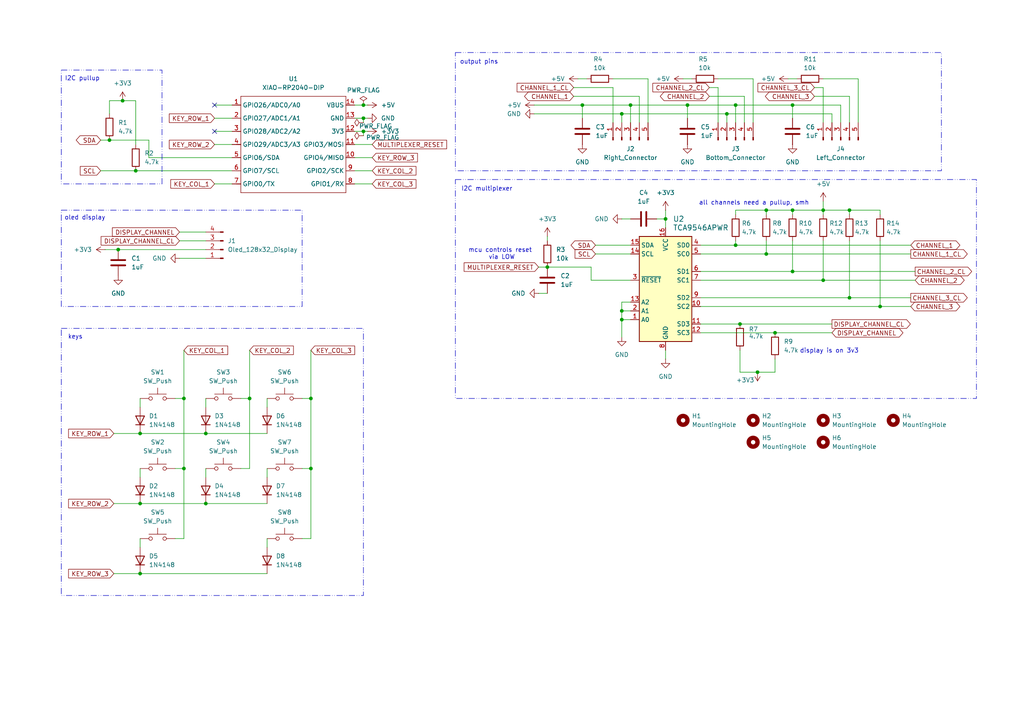
<source format=kicad_sch>
(kicad_sch (version 20250114) (generator "eeschema") (generator_version "9.0")
  (paper "A4")
  (title_block (title "Moonpad") (date "2025-07-05") (rev "1") (company "moonbeeper"))
  (lib_symbols
    (symbol "Connector:Conn_01x04_Pin" (pin_names (offset 1.016) (hide yes))
      (property "Reference" "J" (at 0 5.08 0))
      (property "Value" "Conn_01x04_Pin" (at 0 -7.62 0))
      (symbol "Conn_01x04_Pin_1_1"
        (rectangle (start 0.8636 2.667) (end 0 2.413) (stroke (width 0.1524)) (fill (type outline)))
        (rectangle (start 0.8636 0.127) (end 0 -0.127) (stroke (width 0.1524)) (fill (type outline)))
        (rectangle (start 0.8636 -2.413) (end 0 -2.667) (stroke (width 0.1524)) (fill (type outline)))
        (rectangle (start 0.8636 -4.953) (end 0 -5.207) (stroke (width 0.1524)) (fill (type outline)))
        (polyline (pts (xy 1.27 2.54) (xy 0.8636 2.54)) (stroke (width 0.1524)))
        (polyline (pts (xy 1.27 0) (xy 0.8636 0)) (stroke (width 0.1524)))
        (polyline (pts (xy 1.27 -2.54) (xy 0.8636 -2.54)) (stroke (width 0.1524)))
        (polyline (pts (xy 1.27 -5.08) (xy 0.8636 -5.08)) (stroke (width 0.1524)))
        (pin passive line (at 5.08 2.54 180) (length 3.81) (name "Pin_1") (number "1"))
        (pin passive line (at 5.08 0 180) (length 3.81) (name "Pin_2") (number "2"))
        (pin passive line (at 5.08 -2.54 180) (length 3.81) (name "Pin_3") (number "3"))
        (pin passive line (at 5.08 -5.08 180) (length 3.81) (name "Pin_4") (number "4"))
      )
    )
    (symbol "Connector:Conn_01x05_Pin" (pin_names (offset 1.016) (hide yes))
      (property "Reference" "J" (at 0 7.62 0))
      (property "Value" "Conn_01x05_Pin" (at 0 -7.62 0))
      (symbol "Conn_01x05_Pin_1_1"
        (rectangle (start 0.8636 5.207) (end 0 4.953) (stroke (width 0.1524)) (fill (type outline)))
        (rectangle (start 0.8636 2.667) (end 0 2.413) (stroke (width 0.1524)) (fill (type outline)))
        (rectangle (start 0.8636 0.127) (end 0 -0.127) (stroke (width 0.1524)) (fill (type outline)))
        (rectangle (start 0.8636 -2.413) (end 0 -2.667) (stroke (width 0.1524)) (fill (type outline)))
        (rectangle (start 0.8636 -4.953) (end 0 -5.207) (stroke (width 0.1524)) (fill (type outline)))
        (polyline (pts (xy 1.27 5.08) (xy 0.8636 5.08)) (stroke (width 0.1524)))
        (polyline (pts (xy 1.27 2.54) (xy 0.8636 2.54)) (stroke (width 0.1524)))
        (polyline (pts (xy 1.27 0) (xy 0.8636 0)) (stroke (width 0.1524)))
        (polyline (pts (xy 1.27 -2.54) (xy 0.8636 -2.54)) (stroke (width 0.1524)))
        (polyline (pts (xy 1.27 -5.08) (xy 0.8636 -5.08)) (stroke (width 0.1524)))
        (pin passive line (at 5.08 5.08 180) (length 3.81) (name "Pin_1") (number "1"))
        (pin passive line (at 5.08 2.54 180) (length 3.81) (name "Pin_2") (number "2"))
        (pin passive line (at 5.08 0 180) (length 3.81) (name "Pin_3") (number "3"))
        (pin passive line (at 5.08 -2.54 180) (length 3.81) (name "Pin_4") (number "4"))
        (pin passive line (at 5.08 -5.08 180) (length 3.81) (name "Pin_5") (number "5"))
      )
    )
    (symbol "Device:C" (pin_numbers (hide yes)) (pin_names (offset 0.254))
      (property "Reference" "C" (at 0.635 2.54 0))
      (property "Value" "C" (at 0.635 -2.54 0))
      (symbol "C_0_1"
        (polyline (pts (xy -2.032 0.762) (xy 2.032 0.762)) (stroke (width 0.508)))
        (polyline (pts (xy -2.032 -0.762) (xy 2.032 -0.762)) (stroke (width 0.508)))
      )
      (symbol "C_1_1"
        (pin passive line (at 0 3.81 270) (length 2.794) (name "~") (number "1"))
        (pin passive line (at 0 -3.81 90) (length 2.794) (name "~") (number "2"))
      )
    )
    (symbol "Device:R" (pin_numbers (hide yes)) (pin_names (offset 0))
      (property "Reference" "R" (at 2.032 0 90))
      (property "Value" "R" (at 0 0 90))
      (symbol "R_0_1"
        (rectangle (start -1.016 -2.54) (end 1.016 2.54) (stroke (width 0.254)))
      )
      (symbol "R_1_1"
        (pin passive line (at 0 3.81 270) (length 1.27) (name "~") (number "1"))
        (pin passive line (at 0 -3.81 90) (length 1.27) (name "~") (number "2"))
      )
    )
    (symbol "Diode:1N4148" (pin_numbers (hide yes)) (pin_names (hide yes))
      (property "Reference" "D" (at 0 2.54 0))
      (property "Value" "1N4148" (at 0 -2.54 0))
      (symbol "1N4148_0_1"
        (polyline (pts (xy -1.27 1.27) (xy -1.27 -1.27)) (stroke (width 0.254)))
        (polyline (pts (xy 1.27 1.27) (xy 1.27 -1.27) (xy -1.27 0) (xy 1.27 1.27)) (stroke (width 0.254)))
        (polyline (pts (xy 1.27 0) (xy -1.27 0)))
      )
      (symbol "1N4148_1_1"
        (pin passive line (at -3.81 0 0) (length 2.54) (name "K") (number "1"))
        (pin passive line (at 3.81 0 180) (length 2.54) (name "A") (number "2"))
      )
    )
    (symbol "Mechanical:MountingHole" (pin_names (offset 1.016)) (in_bom no)
      (property "Reference" "H" (at 0 5.08 0))
      (property "Value" "MountingHole" (at 0 3.175 0))
      (symbol "MountingHole_0_1"
        (circle (center 0 0) (radius 1.27) (stroke (width 1.27)))
      )
    )
    (symbol "Seeed_Studio_XIAO_Series:XIAO-RP2040-DIP"
      (property "Reference" "U" (at 0 0 0))
      (property "Value" "XIAO-RP2040-DIP" (at 5.334 -1.778 0))
      (symbol "XIAO-RP2040-DIP_1_0"
        (polyline (pts (xy -1.27 -2.54) (xy 29.21 -2.54)) (stroke (width 0.1524)))
        (polyline (pts (xy -1.27 -5.08) (xy -2.54 -5.08)) (stroke (width 0.1524)))
        (polyline (pts (xy -1.27 -5.08) (xy -1.27 -2.54)) (stroke (width 0.1524)))
        (polyline (pts (xy -1.27 -8.89) (xy -2.54 -8.89)) (stroke (width 0.1524)))
        (polyline (pts (xy -1.27 -8.89) (xy -1.27 -5.08)) (stroke (width 0.1524)))
        (polyline (pts (xy -1.27 -12.7) (xy -2.54 -12.7)) (stroke (width 0.1524)))
        (polyline (pts (xy -1.27 -12.7) (xy -1.27 -8.89)) (stroke (width 0.1524)))
        (polyline (pts (xy -1.27 -16.51) (xy -2.54 -16.51)) (stroke (width 0.1524)))
        (polyline (pts (xy -1.27 -16.51) (xy -1.27 -12.7)) (stroke (width 0.1524)))
        (polyline (pts (xy -1.27 -20.32) (xy -2.54 -20.32)) (stroke (width 0.1524)))
        (polyline (pts (xy -1.27 -24.13) (xy -2.54 -24.13)) (stroke (width 0.1524)))
        (polyline (pts (xy -1.27 -27.94) (xy -2.54 -27.94)) (stroke (width 0.1524)))
        (polyline (pts (xy -1.27 -30.48) (xy -1.27 -16.51)) (stroke (width 0.1524)))
        (polyline (pts (xy 29.21 -2.54) (xy 29.21 -5.08)) (stroke (width 0.1524)))
        (polyline (pts (xy 29.21 -5.08) (xy 29.21 -8.89)) (stroke (width 0.1524)))
        (polyline (pts (xy 29.21 -8.89) (xy 29.21 -12.7)) (stroke (width 0.1524)))
        (polyline (pts (xy 29.21 -12.7) (xy 29.21 -30.48)) (stroke (width 0.1524)))
        (polyline (pts (xy 29.21 -30.48) (xy -1.27 -30.48)) (stroke (width 0.1524)))
        (polyline (pts (xy 30.48 -5.08) (xy 29.21 -5.08)) (stroke (width 0.1524)))
        (polyline (pts (xy 30.48 -8.89) (xy 29.21 -8.89)) (stroke (width 0.1524)))
        (polyline (pts (xy 30.48 -12.7) (xy 29.21 -12.7)) (stroke (width 0.1524)))
        (polyline (pts (xy 30.48 -16.51) (xy 29.21 -16.51)) (stroke (width 0.1524)))
        (polyline (pts (xy 30.48 -20.32) (xy 29.21 -20.32)) (stroke (width 0.1524)))
        (polyline (pts (xy 30.48 -24.13) (xy 29.21 -24.13)) (stroke (width 0.1524)))
        (polyline (pts (xy 30.48 -27.94) (xy 29.21 -27.94)) (stroke (width 0.1524)))
        (pin passive line (at -3.81 -5.08 0) (length 2.54) (name "GPIO26/ADC0/A0") (number "1"))
        (pin passive line (at -3.81 -8.89 0) (length 2.54) (name "GPIO27/ADC1/A1") (number "2"))
        (pin passive line (at -3.81 -12.7 0) (length 2.54) (name "GPIO28/ADC2/A2") (number "3"))
        (pin passive line (at -3.81 -16.51 0) (length 2.54) (name "GPIO29/ADC3/A3") (number "4"))
        (pin passive line (at -3.81 -20.32 0) (length 2.54) (name "GPIO6/SDA") (number "5"))
        (pin passive line (at -3.81 -24.13 0) (length 2.54) (name "GPIO7/SCL") (number "6"))
        (pin passive line (at -3.81 -27.94 0) (length 2.54) (name "GPIO0/TX") (number "7"))
        (pin passive line (at 31.75 -5.08 180) (length 2.54) (name "VBUS") (number "14"))
        (pin passive line (at 31.75 -8.89 180) (length 2.54) (name "GND") (number "13"))
        (pin passive line (at 31.75 -12.7 180) (length 2.54) (name "3V3") (number "12"))
        (pin passive line (at 31.75 -16.51 180) (length 2.54) (name "GPIO3/MOSI") (number "11"))
        (pin passive line (at 31.75 -20.32 180) (length 2.54) (name "GPIO4/MISO") (number "10"))
        (pin passive line (at 31.75 -24.13 180) (length 2.54) (name "GPIO2/SCK") (number "9"))
        (pin passive line (at 31.75 -27.94 180) (length 2.54) (name "GPIO1/RX") (number "8"))
      )
    )
    (symbol "Switch:SW_Push" (pin_numbers (hide yes)) (pin_names (offset 1.016) (hide yes))
      (property "Reference" "SW" (at 1.27 2.54 0))
      (property "Value" "SW_Push" (at 0 -1.524 0))
      (symbol "SW_Push_0_1"
        (circle (center -2.032 0) (radius 0.508))
        (polyline (pts (xy 0 1.27) (xy 0 3.048)))
        (circle (center 2.032 0) (radius 0.508))
        (polyline (pts (xy 2.54 1.27) (xy -2.54 1.27)))
        (pin passive line (at -5.08 0 0) (length 2.54) (name "1") (number "1"))
        (pin passive line (at 5.08 0 180) (length 2.54) (name "2") (number "2"))
      )
    )
    (symbol "TCA9546APWR:TCA9546APWR"
      (property "Reference" "U" (at 2.54 20.574 0))
      (property "Value" "TCA9546APWR" (at 2.54 17.526 0))
      (symbol "TCA9546APWR_0_1"
        (rectangle (start -7.62 15.24) (end 7.62 -15.24) (stroke (width 0.254)) (fill (type background)))
      )
      (symbol "TCA9546APWR_1_1"
        (pin bidirectional line (at -10.16 12.7 0) (length 2.54) (name "SDA") (number "15"))
        (pin bidirectional line (at -10.16 10.16 0) (length 2.54) (name "SCL") (number "14"))
        (pin input line (at -10.16 2.54 0) (length 2.54) (name "~{RESET}") (number "3"))
        (pin input line (at -10.16 -3.81 0) (length 2.54) (name "A2") (number "13"))
        (pin input line (at -10.16 -6.35 0) (length 2.54) (name "A1") (number "2"))
        (pin input line (at -10.16 -8.89 0) (length 2.54) (name "A0") (number "1"))
        (pin power_in line (at 0 17.78 270) (length 2.54) (name "VCC") (number "16"))
        (pin power_in line (at 0 -17.78 90) (length 2.54) (name "GND") (number "8"))
        (pin bidirectional line (at 10.16 12.7 180) (length 2.54) (name "SD0") (number "4"))
        (pin bidirectional line (at 10.16 10.16 180) (length 2.54) (name "SC0") (number "5"))
        (pin bidirectional line (at 10.16 5.08 180) (length 2.54) (name "SD1") (number "6"))
        (pin bidirectional line (at 10.16 2.54 180) (length 2.54) (name "SC1") (number "7"))
        (pin bidirectional line (at 10.16 -2.54 180) (length 2.54) (name "SD2") (number "9"))
        (pin bidirectional line (at 10.16 -5.08 180) (length 2.54) (name "SC2") (number "10"))
        (pin bidirectional line (at 10.16 -10.16 180) (length 2.54) (name "SD3") (number "11"))
        (pin bidirectional line (at 10.16 -12.7 180) (length 2.54) (name "SC3") (number "12"))
      )
    )
    (symbol "power:+3V3" (power) (pin_numbers (hide yes)) (pin_names (offset 0) (hide yes))
      (property "Value" "+3V3" (at 0 3.556 0))
      (symbol "+3V3_0_1"
        (polyline (pts (xy -0.762 1.27) (xy 0 2.54)))
        (polyline (pts (xy 0 2.54) (xy 0.762 1.27)))
        (polyline (pts (xy 0 0) (xy 0 2.54)))
      )
      (symbol "+3V3_1_1"
        (pin power_in line (at 0 0 90) (length 0) (name "~") (number "1"))
      )
    )
    (symbol "power:+5V" (power) (pin_numbers (hide yes)) (pin_names (offset 0) (hide yes))
      (property "Value" "+5V" (at 0 3.556 0))
      (symbol "+5V_0_1"
        (polyline (pts (xy -0.762 1.27) (xy 0 2.54)))
        (polyline (pts (xy 0 2.54) (xy 0.762 1.27)))
        (polyline (pts (xy 0 0) (xy 0 2.54)))
      )
      (symbol "+5V_1_1"
        (pin power_in line (at 0 0 90) (length 0) (name "~") (number "1"))
      )
    )
    (symbol "power:GND" (power) (pin_numbers (hide yes)) (pin_names (offset 0) (hide yes))
      (property "Value" "GND" (at 0 -3.81 0))
      (symbol "GND_0_1"
        (polyline (pts (xy 0 0) (xy 0 -1.27) (xy 1.27 -1.27) (xy 0 -2.54) (xy -1.27 -1.27) (xy 0 -1.27)))
      )
      (symbol "GND_1_1"
        (pin power_in line (at 0 0 270) (length 0) (name "~") (number "1"))
      )
    )
    (symbol "power:PWR_FLAG" (power) (pin_numbers (hide yes)) (pin_names (offset 0) (hide yes))
      (property "Value" "PWR_FLAG" (at 0 3.81 0))
      (symbol "PWR_FLAG_0_0"
        (pin power_out line (at 0 0 90) (length 0) (name "~") (number "1"))
      )
      (symbol "PWR_FLAG_0_1"
        (polyline (pts (xy 0 0) (xy 0 1.27) (xy -1.016 1.905) (xy 0 2.54) (xy 1.016 1.905) (xy 0 1.27)))
      )
    )
  )
  (rectangle (start 17.78 20.32) (end 46.99 53.34) (stroke (width 0) (type dash_dot_dot)))
  (rectangle (start 132.08 52.07) (end 283.21 115.57) (stroke (width 0) (type dash_dot_dot)))
  (rectangle (start 17.78 95.25) (end 105.41 172.72) (stroke (width 0) (type dash_dot_dot)))
  (rectangle (start 132.08 15.24) (end 273.05 49.53) (stroke (width 0) (type dash_dot_dot)))
  (rectangle (start 17.78 60.96) (end 87.63 88.9) (stroke (width 0) (type dash_dot_dot)))
  (text "mcu controls reset \nvia LOW" (at 145.542 73.66 0) (effects (font (size 1.27 1.27))))
  (text "I2C multiplexer\n" (at 141.224 54.864 0) (effects (font (size 1.27 1.27))))
  (text "keys" (at 21.844 97.79 0) (effects (font (size 1.27 1.27))))
  (text "output pins\n" (at 138.938 18.034 0) (effects (font (size 1.27 1.27))))
  (text "oled display" (at 24.638 63.246 0) (effects (font (size 1.27 1.27))))
  (text "display is on 3v3" (at 240.538 101.854 0) (effects (font (size 1.27 1.27))))
  (text "I2C pullup" (at 23.876 22.86 0) (effects (font (size 1.27 1.27))))
  (text "all channels need a pullup, smh" (at 218.694 58.928 0) (effects (font (size 1.27 1.27))))
  (junction (at 214.63 93.98))
  (junction (at 31.75 40.64))
  (junction (at 40.64 166.37))
  (junction (at 222.25 60.96))
  (junction (at 182.88 30.48))
  (junction (at 222.25 73.66))
  (junction (at 238.76 60.96))
  (junction (at 158.75 77.47))
  (junction (at 105.41 30.48))
  (junction (at 213.36 71.12))
  (junction (at 229.87 30.48))
  (junction (at 180.34 33.02))
  (junction (at 210.82 33.02))
  (junction (at 229.87 78.74))
  (junction (at 34.29 72.39))
  (junction (at 59.69 125.73))
  (junction (at 193.04 63.5))
  (junction (at 219.71 107.95))
  (junction (at 59.69 146.05))
  (junction (at 90.17 135.89))
  (junction (at 199.39 30.48))
  (junction (at 40.64 146.05))
  (junction (at 105.41 38.1))
  (junction (at 180.34 90.17))
  (junction (at 255.27 88.9))
  (junction (at 238.76 81.28))
  (junction (at 105.41 34.29))
  (junction (at 246.38 60.96))
  (junction (at 90.17 115.57))
  (junction (at 180.34 92.71))
  (junction (at 246.38 86.36))
  (junction (at 40.64 125.73))
  (junction (at 35.56 29.21))
  (junction (at 168.91 30.48))
  (junction (at 53.34 115.57))
  (junction (at 53.34 135.89))
  (junction (at 213.36 30.48))
  (junction (at 72.39 115.57))
  (junction (at 39.37 49.53))
  (junction (at 224.79 96.52))
  (junction (at 229.87 60.96))
  (no_connect (at 62.23 38.1))
  (no_connect (at 62.23 30.48))
  (wire (pts (xy 166.37 25.4) (xy 177.8 25.4)))
  (wire (pts (xy 52.07 74.93) (xy 59.69 74.93)))
  (wire (pts (xy 77.47 135.89) (xy 77.47 138.43)))
  (wire (pts (xy 168.91 30.48) (xy 182.88 30.48)))
  (wire (pts (xy 77.47 156.21) (xy 77.47 158.75)))
  (wire (pts (xy 31.75 33.02) (xy 31.75 29.21)))
  (wire (pts (xy 77.47 115.57) (xy 77.47 118.11)))
  (wire (pts (xy 72.39 115.57) (xy 72.39 101.6)))
  (wire (pts (xy 208.28 22.86) (xy 218.44 22.86)))
  (wire (pts (xy 229.87 30.48) (xy 243.84 30.48)))
  (wire (pts (xy 62.23 38.1) (xy 67.31 38.1)))
  (wire (pts (xy 185.42 27.94) (xy 185.42 35.56)))
  (wire (pts (xy 43.18 40.64) (xy 43.18 45.72)))
  (wire (pts (xy 187.96 22.86) (xy 187.96 35.56)))
  (wire (pts (xy 190.5 63.5) (xy 193.04 63.5)))
  (wire (pts (xy 224.79 96.52) (xy 241.3 96.52)))
  (wire (pts (xy 213.36 60.96) (xy 222.25 60.96)))
  (wire (pts (xy 156.21 77.47) (xy 158.75 77.47)))
  (wire (pts (xy 238.76 69.85) (xy 238.76 81.28)))
  (wire (pts (xy 203.2 86.36) (xy 246.38 86.36)))
  (wire (pts (xy 166.37 27.94) (xy 185.42 27.94)))
  (wire (pts (xy 172.72 71.12) (xy 182.88 71.12)))
  (wire (pts (xy 255.27 60.96) (xy 255.27 62.23)))
  (wire (pts (xy 90.17 115.57) (xy 90.17 101.6)))
  (wire (pts (xy 193.04 63.5) (xy 193.04 66.04)))
  (wire (pts (xy 222.25 69.85) (xy 222.25 73.66)))
  (wire (pts (xy 59.69 125.73) (xy 77.47 125.73)))
  (wire (pts (xy 238.76 60.96) (xy 238.76 62.23)))
  (wire (pts (xy 52.07 67.31) (xy 59.69 67.31)))
  (wire (pts (xy 33.02 146.05) (xy 40.64 146.05)))
  (wire (pts (xy 167.64 22.86) (xy 170.18 22.86)))
  (wire (pts (xy 238.76 22.86) (xy 248.92 22.86)))
  (wire (pts (xy 210.82 33.02) (xy 241.3 33.02)))
  (wire (pts (xy 180.34 92.71) (xy 180.34 97.79)))
  (wire (pts (xy 219.71 107.95) (xy 214.63 107.95)))
  (wire (pts (xy 193.04 60.96) (xy 193.04 63.5)))
  (wire (pts (xy 31.75 29.21) (xy 35.56 29.21)))
  (wire (pts (xy 62.23 34.29) (xy 67.31 34.29)))
  (wire (pts (xy 29.21 49.53) (xy 39.37 49.53)))
  (wire (pts (xy 87.63 156.21) (xy 90.17 156.21)))
  (wire (pts (xy 87.63 115.57) (xy 90.17 115.57)))
  (wire (pts (xy 238.76 58.42) (xy 238.76 60.96)))
  (wire (pts (xy 243.84 30.48) (xy 243.84 35.56)))
  (wire (pts (xy 31.75 40.64) (xy 43.18 40.64)))
  (wire (pts (xy 222.25 73.66) (xy 264.16 73.66)))
  (wire (pts (xy 102.87 53.34) (xy 107.95 53.34)))
  (wire (pts (xy 158.75 85.09) (xy 156.21 85.09)))
  (wire (pts (xy 50.8 115.57) (xy 53.34 115.57)))
  (wire (pts (xy 154.94 30.48) (xy 168.91 30.48)))
  (wire (pts (xy 213.36 60.96) (xy 213.36 62.23)))
  (wire (pts (xy 182.88 87.63) (xy 180.34 87.63)))
  (wire (pts (xy 105.41 34.29) (xy 105.41 35.56)))
  (wire (pts (xy 171.45 77.47) (xy 158.75 77.47)))
  (wire (pts (xy 229.87 60.96) (xy 229.87 62.23)))
  (wire (pts (xy 215.9 27.94) (xy 215.9 35.56)))
  (wire (pts (xy 182.88 30.48) (xy 199.39 30.48)))
  (wire (pts (xy 203.2 96.52) (xy 224.79 96.52)))
  (wire (pts (xy 214.63 107.95) (xy 214.63 101.6)))
  (wire (pts (xy 87.63 135.89) (xy 90.17 135.89)))
  (wire (pts (xy 177.8 25.4) (xy 177.8 35.56)))
  (wire (pts (xy 40.64 135.89) (xy 40.64 138.43)))
  (wire (pts (xy 229.87 69.85) (xy 229.87 78.74)))
  (wire (pts (xy 40.64 125.73) (xy 59.69 125.73)))
  (wire (pts (xy 40.64 146.05) (xy 59.69 146.05)))
  (wire (pts (xy 43.18 45.72) (xy 67.31 45.72)))
  (wire (pts (xy 248.92 22.86) (xy 248.92 35.56)))
  (wire (pts (xy 107.95 45.72) (xy 102.87 45.72)))
  (wire (pts (xy 105.41 38.1) (xy 105.41 39.37)))
  (wire (pts (xy 193.04 101.6) (xy 193.04 104.14)))
  (wire (pts (xy 213.36 30.48) (xy 213.36 35.56)))
  (wire (pts (xy 40.64 166.37) (xy 77.47 166.37)))
  (wire (pts (xy 210.82 33.02) (xy 210.82 35.56)))
  (wire (pts (xy 213.36 30.48) (xy 229.87 30.48)))
  (wire (pts (xy 90.17 135.89) (xy 90.17 115.57)))
  (wire (pts (xy 50.8 156.21) (xy 53.34 156.21)))
  (wire (pts (xy 182.88 81.28) (xy 171.45 81.28)))
  (wire (pts (xy 106.68 38.1) (xy 105.41 38.1)))
  (wire (pts (xy 105.41 30.48) (xy 106.68 30.48)))
  (wire (pts (xy 213.36 71.12) (xy 264.16 71.12)))
  (wire (pts (xy 203.2 73.66) (xy 222.25 73.66)))
  (wire (pts (xy 182.88 90.17) (xy 180.34 90.17)))
  (wire (pts (xy 39.37 29.21) (xy 35.56 29.21)))
  (wire (pts (xy 33.02 125.73) (xy 40.64 125.73)))
  (wire (pts (xy 53.34 115.57) (xy 53.34 101.6)))
  (wire (pts (xy 246.38 60.96) (xy 246.38 62.23)))
  (wire (pts (xy 53.34 135.89) (xy 53.34 115.57)))
  (wire (pts (xy 62.23 41.91) (xy 67.31 41.91)))
  (wire (pts (xy 177.8 22.86) (xy 187.96 22.86)))
  (wire (pts (xy 246.38 27.94) (xy 246.38 35.56)))
  (wire (pts (xy 33.02 166.37) (xy 40.64 166.37)))
  (wire (pts (xy 205.74 27.94) (xy 215.9 27.94)))
  (wire (pts (xy 238.76 60.96) (xy 246.38 60.96)))
  (wire (pts (xy 34.29 72.39) (xy 59.69 72.39)))
  (wire (pts (xy 29.21 40.64) (xy 31.75 40.64)))
  (wire (pts (xy 50.8 135.89) (xy 53.34 135.89)))
  (wire (pts (xy 199.39 30.48) (xy 199.39 34.29)))
  (wire (pts (xy 39.37 49.53) (xy 67.31 49.53)))
  (wire (pts (xy 236.22 25.4) (xy 238.76 25.4)))
  (wire (pts (xy 238.76 25.4) (xy 238.76 35.56)))
  (wire (pts (xy 238.76 81.28) (xy 265.43 81.28)))
  (wire (pts (xy 218.44 22.86) (xy 218.44 35.56)))
  (wire (pts (xy 182.88 30.48) (xy 182.88 35.56)))
  (wire (pts (xy 228.6 22.86) (xy 231.14 22.86)))
  (wire (pts (xy 180.34 33.02) (xy 180.34 35.56)))
  (wire (pts (xy 224.79 107.95) (xy 224.79 104.14)))
  (wire (pts (xy 53.34 135.89) (xy 53.34 156.21)))
  (wire (pts (xy 203.2 88.9) (xy 255.27 88.9)))
  (wire (pts (xy 102.87 30.48) (xy 105.41 30.48)))
  (wire (pts (xy 171.45 81.28) (xy 171.45 77.47)))
  (wire (pts (xy 203.2 93.98) (xy 214.63 93.98)))
  (wire (pts (xy 102.87 34.29) (xy 105.41 34.29)))
  (wire (pts (xy 180.34 90.17) (xy 180.34 92.71)))
  (wire (pts (xy 180.34 87.63) (xy 180.34 90.17)))
  (wire (pts (xy 59.69 115.57) (xy 59.69 118.11)))
  (wire (pts (xy 241.3 33.02) (xy 241.3 35.56)))
  (wire (pts (xy 222.25 60.96) (xy 229.87 60.96)))
  (wire (pts (xy 205.74 25.4) (xy 208.28 25.4)))
  (wire (pts (xy 102.87 49.53) (xy 107.95 49.53)))
  (wire (pts (xy 229.87 60.96) (xy 238.76 60.96)))
  (wire (pts (xy 59.69 135.89) (xy 59.69 138.43)))
  (wire (pts (xy 219.71 107.95) (xy 224.79 107.95)))
  (wire (pts (xy 246.38 60.96) (xy 255.27 60.96)))
  (wire (pts (xy 158.75 68.58) (xy 158.75 69.85)))
  (wire (pts (xy 168.91 30.48) (xy 168.91 34.29)))
  (wire (pts (xy 30.48 72.39) (xy 34.29 72.39)))
  (wire (pts (xy 229.87 30.48) (xy 229.87 34.29)))
  (wire (pts (xy 203.2 71.12) (xy 213.36 71.12)))
  (wire (pts (xy 255.27 69.85) (xy 255.27 88.9)))
  (wire (pts (xy 69.85 115.57) (xy 72.39 115.57)))
  (wire (pts (xy 214.63 93.98) (xy 241.3 93.98)))
  (wire (pts (xy 40.64 115.57) (xy 40.64 118.11)))
  (wire (pts (xy 39.37 41.91) (xy 39.37 29.21)))
  (wire (pts (xy 40.64 156.21) (xy 40.64 158.75)))
  (wire (pts (xy 59.69 146.05) (xy 77.47 146.05)))
  (wire (pts (xy 229.87 78.74) (xy 265.43 78.74)))
  (wire (pts (xy 203.2 81.28) (xy 238.76 81.28)))
  (wire (pts (xy 199.39 30.48) (xy 213.36 30.48)))
  (wire (pts (xy 180.34 63.5) (xy 182.88 63.5)))
  (wire (pts (xy 72.39 115.57) (xy 72.39 135.89)))
  (wire (pts (xy 213.36 69.85) (xy 213.36 71.12)))
  (wire (pts (xy 62.23 30.48) (xy 67.31 30.48)))
  (wire (pts (xy 222.25 60.96) (xy 222.25 62.23)))
  (wire (pts (xy 246.38 86.36) (xy 264.16 86.36)))
  (wire (pts (xy 180.34 33.02) (xy 210.82 33.02)))
  (wire (pts (xy 69.85 135.89) (xy 72.39 135.89)))
  (wire (pts (xy 255.27 88.9) (xy 264.16 88.9)))
  (wire (pts (xy 246.38 69.85) (xy 246.38 86.36)))
  (wire (pts (xy 172.72 73.66) (xy 182.88 73.66)))
  (wire (pts (xy 154.94 33.02) (xy 180.34 33.02)))
  (wire (pts (xy 102.87 41.91) (xy 107.95 41.91)))
  (wire (pts (xy 182.88 92.71) (xy 180.34 92.71)))
  (wire (pts (xy 67.31 53.34) (xy 62.23 53.34)))
  (wire (pts (xy 236.22 27.94) (xy 246.38 27.94)))
  (wire (pts (xy 52.07 69.85) (xy 59.69 69.85)))
  (wire (pts (xy 90.17 156.21) (xy 90.17 135.89)))
  (wire (pts (xy 105.41 34.29) (xy 106.68 34.29)))
  (wire (pts (xy 105.41 38.1) (xy 102.87 38.1)))
  (wire (pts (xy 198.12 22.86) (xy 200.66 22.86)))
  (wire (pts (xy 208.28 25.4) (xy 208.28 35.56)))
  (wire (pts (xy 203.2 78.74) (xy 229.87 78.74)))
  (global_label "SCL" (shape input) (at 29.21 49.53 180) (property "Intersheetrefs" "${INTERSHEET_REFS}" (effects (hide yes))))
  (global_label "CHANNEL_3" (shape bidirectional) (at 236.22 27.94 180) (property "Intersheetrefs" "${INTERSHEET_REFS}" (effects (hide yes))))
  (global_label "CHANNEL_1_CL" (shape output) (at 264.16 73.66 0) (property "Intersheetrefs" "${INTERSHEET_REFS}" (effects (hide yes))))
  (global_label "CHANNEL_2" (shape bidirectional) (at 265.43 81.28 0) (property "Intersheetrefs" "${INTERSHEET_REFS}" (effects (hide yes))))
  (global_label "KEY_COL_1" (shape input) (at 62.23 53.34 180) (property "Intersheetrefs" "${INTERSHEET_REFS}" (effects (hide yes))))
  (global_label "CHANNEL_1_CL" (shape input) (at 166.37 25.4 180) (property "Intersheetrefs" "${INTERSHEET_REFS}" (effects (hide yes))))
  (global_label "CHANNEL_2_CL" (shape input) (at 205.74 25.4 180) (property "Intersheetrefs" "${INTERSHEET_REFS}" (effects (hide yes))))
  (global_label "DISPLAY_CHANNEL_CL" (shape input) (at 52.07 69.85 180) (property "Intersheetrefs" "${INTERSHEET_REFS}" (effects (hide yes))))
  (global_label "CHANNEL_2" (shape bidirectional) (at 205.74 27.94 180) (property "Intersheetrefs" "${INTERSHEET_REFS}" (effects (hide yes))))
  (global_label "KEY_COL_2" (shape input) (at 107.95 49.53 0) (property "Intersheetrefs" "${INTERSHEET_REFS}" (effects (hide yes))))
  (global_label "KEY_ROW_2" (shape input) (at 62.23 41.91 180) (property "Intersheetrefs" "${INTERSHEET_REFS}" (effects (hide yes))))
  (global_label "KEY_ROW_3" (shape input) (at 33.02 166.37 180) (property "Intersheetrefs" "${INTERSHEET_REFS}" (effects (hide yes))))
  (global_label "MULTIPLEXER_RESET" (shape input) (at 156.21 77.47 180) (property "Intersheetrefs" "${INTERSHEET_REFS}" (effects (hide yes))))
  (global_label "KEY_ROW_1" (shape input) (at 62.23 34.29 180) (property "Intersheetrefs" "${INTERSHEET_REFS}" (effects (hide yes))))
  (global_label "SCL" (shape input) (at 172.72 73.66 180) (property "Intersheetrefs" "${INTERSHEET_REFS}" (effects (hide yes))))
  (global_label "KEY_COL_3" (shape input) (at 107.95 53.34 0) (property "Intersheetrefs" "${INTERSHEET_REFS}" (effects (hide yes))))
  (global_label "KEY_COL_2" (shape input) (at 72.39 101.6 0) (property "Intersheetrefs" "${INTERSHEET_REFS}" (effects (hide yes))))
  (global_label "CHANNEL_3_CL" (shape input) (at 236.22 25.4 180) (property "Intersheetrefs" "${INTERSHEET_REFS}" (effects (hide yes))))
  (global_label "MULTIPLEXER_RESET" (shape input) (at 107.95 41.91 0) (property "Intersheetrefs" "${INTERSHEET_REFS}" (effects (hide yes))))
  (global_label "DISPLAY_CHANNEL" (shape bidirectional) (at 241.3 96.52 0) (property "Intersheetrefs" "${INTERSHEET_REFS}" (effects (hide yes))))
  (global_label "KEY_ROW_3" (shape input) (at 107.95 45.72 0) (property "Intersheetrefs" "${INTERSHEET_REFS}" (effects (hide yes))))
  (global_label "CHANNEL_3_CL" (shape output) (at 264.16 86.36 0) (property "Intersheetrefs" "${INTERSHEET_REFS}" (effects (hide yes))))
  (global_label "KEY_ROW_2" (shape input) (at 33.02 146.05 180) (property "Intersheetrefs" "${INTERSHEET_REFS}" (effects (hide yes))))
  (global_label "CHANNEL_3" (shape bidirectional) (at 264.16 88.9 0) (property "Intersheetrefs" "${INTERSHEET_REFS}" (effects (hide yes))))
  (global_label "DISPLAY_CHANNEL_CL" (shape output) (at 241.3 93.98 0) (property "Intersheetrefs" "${INTERSHEET_REFS}" (effects (hide yes))))
  (global_label "CHANNEL_2_CL" (shape output) (at 265.43 78.74 0) (property "Intersheetrefs" "${INTERSHEET_REFS}" (effects (hide yes))))
  (global_label "SDA" (shape bidirectional) (at 29.21 40.64 180) (property "Intersheetrefs" "${INTERSHEET_REFS}" (effects (hide yes))))
  (global_label "CHANNEL_1" (shape bidirectional) (at 166.37 27.94 180) (property "Intersheetrefs" "${INTERSHEET_REFS}" (effects (hide yes))))
  (global_label "KEY_COL_1" (shape input) (at 53.34 101.6 0) (property "Intersheetrefs" "${INTERSHEET_REFS}" (effects (hide yes))))
  (global_label "CHANNEL_1" (shape bidirectional) (at 264.16 71.12 0) (property "Intersheetrefs" "${INTERSHEET_REFS}" (effects (hide yes))))
  (global_label "KEY_ROW_1" (shape input) (at 33.02 125.73 180) (property "Intersheetrefs" "${INTERSHEET_REFS}" (effects (hide yes))))
  (global_label "SDA" (shape bidirectional) (at 172.72 71.12 180) (property "Intersheetrefs" "${INTERSHEET_REFS}" (effects (hide yes))))
  (global_label "KEY_COL_3" (shape input) (at 90.17 101.6 0) (property "Intersheetrefs" "${INTERSHEET_REFS}" (effects (hide yes))))
  (global_label "DISPLAY_CHANNEL" (shape input) (at 52.07 67.31 180) (property "Intersheetrefs" "${INTERSHEET_REFS}" (effects (hide yes))))
  (symbol (lib_id "power:GND") (at 180.34 63.5 270) (unit 1)
    (property "Reference" "#PWR014" (effects (hide yes)))
    (property "Value" "GND" (at 176.53 63.4999 90) (effects (justify right)))
    (property "Description" "Power symbol creates a global label with name \"GND\" , ground" (effects (hide yes)))
  )
  (symbol (lib_id "Diode:1N4148") (at 59.69 121.92 90) (unit 1)
    (property "Reference" "D3" (at 62.23 120.6499 90) (effects (justify right)))
    (property "Value" "1N4148" (at 62.23 123.1899 90) (effects (justify right)))
    (property "Footprint" "Diode_SMD:D_MiniMELF_Handsoldering" (effects (hide yes)))
    (property "Datasheet" "https://assets.nexperia.com/documents/data-sheet/1N4148_1N4448.pdf" (effects (hide yes)))
    (property "Description" "100V 0.15A standard switching diode, DO-35" (effects (hide yes)))
    (property "Sim.Device" "D" (effects (hide yes)))
    (property "Sim.Pins" "1=K 2=A" (effects (hide yes)))
    (property "LCSC" "C68883" (effects (hide yes)))
  )
  (symbol (lib_id "power:PWR_FLAG") (at 105.41 35.56 90) (unit 1)
    (property "Reference" "#FLG02" (effects (hide yes)))
    (property "Value" "PWR_FLAG" (at 113.792 36.576 90) (effects (justify left)))
    (property "Description" "Special symbol for telling ERC where power comes from" (effects (hide yes)))
  )
  (symbol (lib_id "Connector:Conn_01x05_Pin") (at 213.36 40.64 90) (unit 1)
    (property "Reference" "J3" (at 213.36 43.18 90))
    (property "Value" "Bottom_Connector" (at 213.36 45.72 90))
    (property "Footprint" "Connector_PinHeader_2.54mm:PinHeader_1x05_P2.54mm_Vertical" (effects (hide yes)))
    (property "Description" "Generic connector, single row, 01x05, script generated" (effects (hide yes)))
  )
  (symbol (lib_id "Device:R") (at 31.75 36.83 0) (unit 1)
    (property "Reference" "R1" (at 34.29 35.5599 0) (effects (justify left)))
    (property "Value" "4.7k" (at 34.29 38.0999 0) (effects (justify left)))
    (property "Footprint" "Resistor_SMD:R_0805_2012Metric_Pad1.20x1.40mm_HandSolder" (effects (hide yes)))
    (property "Description" "Resistor" (effects (hide yes)))
    (property "LCSC" "C60816" (effects (hide yes)))
  )
  (symbol (lib_id "Device:R") (at 213.36 66.04 0) (unit 1)
    (property "Reference" "R6" (at 215.138 64.77 0) (effects (justify left)))
    (property "Value" "4.7k" (at 215.138 67.31 0) (effects (justify left)))
    (property "Footprint" "Resistor_SMD:R_0805_2012Metric_Pad1.20x1.40mm_HandSolder" (effects (hide yes)))
    (property "Description" "Resistor" (effects (hide yes)))
    (property "LCSC" "C60816" (effects (hide yes)))
  )
  (symbol (lib_id "power:+5V") (at 154.94 30.48 90) (unit 1)
    (property "Reference" "#PWR08" (effects (hide yes)))
    (property "Value" "+5V" (at 151.13 30.4799 90) (effects (justify left)))
    (property "Description" "Power symbol creates a global label with name \"+5V\"" (effects (hide yes)))
  )
  (symbol (lib_id "power:GND") (at 193.04 104.14 0) (unit 1)
    (property "Reference" "#PWR017" (effects (hide yes)))
    (property "Value" "GND" (at 193.04 109.22 0))
    (property "Description" "Power symbol creates a global label with name \"GND\" , ground" (effects (hide yes)))
  )
  (symbol (lib_id "Diode:1N4148") (at 40.64 121.92 90) (unit 1)
    (property "Reference" "D1" (at 43.18 120.6499 90) (effects (justify right)))
    (property "Value" "1N4148" (at 43.18 123.1899 90) (effects (justify right)))
    (property "Footprint" "Diode_SMD:D_MiniMELF_Handsoldering" (effects (hide yes)))
    (property "Datasheet" "https://assets.nexperia.com/documents/data-sheet/1N4148_1N4448.pdf" (effects (hide yes)))
    (property "Description" "100V 0.15A standard switching diode, DO-35" (effects (hide yes)))
    (property "Sim.Device" "D" (effects (hide yes)))
    (property "Sim.Pins" "1=K 2=A" (effects (hide yes)))
    (property "LCSC" "C68883" (effects (hide yes)))
  )
  (symbol (lib_id "Mechanical:MountingHole") (at 198.12 121.92 0) (unit 1) (in_bom no)
    (property "Reference" "H1" (at 200.66 120.6499 0) (effects (justify left)))
    (property "Value" "MountingHole" (at 200.66 123.1899 0) (effects (justify left)))
    (property "Footprint" "MountingHole:MountingHole_2.2mm_M2" (effects (hide yes)))
    (property "Description" "Mounting Hole without connection" (effects (hide yes)))
  )
  (symbol (lib_id "Device:R") (at 173.99 22.86 90) (unit 1)
    (property "Reference" "R4" (at 172.085 17.1449 90) (effects (justify right)))
    (property "Value" "10k" (at 172.085 19.6849 90) (effects (justify right)))
    (property "Footprint" "Resistor_SMD:R_0805_2012Metric_Pad1.20x1.40mm_HandSolder" (effects (hide yes)))
    (property "Description" "Resistor" (effects (hide yes)))
    (property "LCSC" "C17414" (effects (hide yes)))
  )
  (symbol (lib_id "Device:R") (at 246.38 66.04 0) (unit 1)
    (property "Reference" "R13" (at 247.904 64.77 0) (effects (justify left)))
    (property "Value" "4.7k" (at 247.904 67.31 0) (effects (justify left)))
    (property "Footprint" "Resistor_SMD:R_0805_2012Metric_Pad1.20x1.40mm_HandSolder" (effects (hide yes)))
    (property "Description" "Resistor" (effects (hide yes)))
    (property "LCSC" "C60816" (effects (hide yes)))
  )
  (symbol (lib_id "power:+5V") (at 228.6 22.86 90) (unit 1)
    (property "Reference" "#PWR021" (effects (hide yes)))
    (property "Value" "+5V" (at 224.79 22.8599 90) (effects (justify left)))
    (property "Description" "Power symbol creates a global label with name \"+5V\"" (effects (hide yes)))
  )
  (symbol (lib_id "power:+3V3") (at 158.75 68.58 0) (unit 1)
    (property "Reference" "#PWR011" (effects (hide yes)))
    (property "Value" "+3V3" (at 158.75 63.5 0))
    (property "Description" "Power symbol creates a global label with name \"+3V3\"" (effects (hide yes)))
  )
  (symbol (lib_id "power:+3V3") (at 106.68 38.1 270) (unit 1)
    (property "Reference" "#PWR07" (effects (hide yes)))
    (property "Value" "+3V3" (at 110.49 38.0999 90) (effects (justify left)))
    (property "Description" "Power symbol creates a global label with name \"+3V3\"" (effects (hide yes)))
  )
  (symbol (lib_id "Diode:1N4148") (at 40.64 162.56 90) (unit 1)
    (property "Reference" "D5" (at 43.18 161.2899 90) (effects (justify right)))
    (property "Value" "1N4148" (at 43.18 163.8299 90) (effects (justify right)))
    (property "Footprint" "Diode_SMD:D_MiniMELF_Handsoldering" (effects (hide yes)))
    (property "Datasheet" "https://assets.nexperia.com/documents/data-sheet/1N4148_1N4448.pdf" (effects (hide yes)))
    (property "Description" "100V 0.15A standard switching diode, DO-35" (effects (hide yes)))
    (property "Sim.Device" "D" (effects (hide yes)))
    (property "Sim.Pins" "1=K 2=A" (effects (hide yes)))
    (property "LCSC" "C68883" (effects (hide yes)))
  )
  (symbol (lib_id "Device:C") (at 186.69 63.5 90) (unit 1)
    (property "Reference" "C4" (at 186.69 55.88 90))
    (property "Value" "1uF" (at 186.69 58.42 90))
    (property "Footprint" "Capacitor_SMD:C_0805_2012Metric_Pad1.18x1.45mm_HandSolder" (effects (hide yes)))
    (property "Description" "Unpolarized capacitor" (effects (hide yes)))
    (property "LCSC" "C116352" (effects (hide yes)))
  )
  (symbol (lib_id "power:GND") (at 180.34 97.79 0) (unit 1)
    (property "Reference" "#PWR015" (effects (hide yes)))
    (property "Value" "GND" (at 180.34 102.87 0))
    (property "Description" "Power symbol creates a global label with name \"GND\" , ground" (effects (hide yes)))
  )
  (symbol (lib_id "Diode:1N4148") (at 77.47 142.24 90) (unit 1)
    (property "Reference" "D7" (at 80.01 140.9699 90) (effects (justify right)))
    (property "Value" "1N4148" (at 80.01 143.5099 90) (effects (justify right)))
    (property "Footprint" "Diode_SMD:D_MiniMELF_Handsoldering" (effects (hide yes)))
    (property "Datasheet" "https://assets.nexperia.com/documents/data-sheet/1N4148_1N4448.pdf" (effects (hide yes)))
    (property "Description" "100V 0.15A standard switching diode, DO-35" (effects (hide yes)))
    (property "Sim.Device" "D" (effects (hide yes)))
    (property "Sim.Pins" "1=K 2=A" (effects (hide yes)))
    (property "LCSC" "C68883" (effects (hide yes)))
  )
  (symbol (lib_id "power:PWR_FLAG") (at 105.41 39.37 90) (unit 1)
    (property "Reference" "#FLG03" (effects (hide yes)))
    (property "Value" "PWR_FLAG" (at 115.824 39.878 90) (effects (justify left)))
    (property "Description" "Special symbol for telling ERC where power comes from" (effects (hide yes)))
  )
  (symbol (lib_id "Device:R") (at 224.79 100.33 0) (unit 1)
    (property "Reference" "R9" (at 227.33 99.0599 0) (effects (justify left)))
    (property "Value" "4.7k" (at 227.33 101.5999 0) (effects (justify left)))
    (property "Footprint" "Resistor_SMD:R_0805_2012Metric_Pad1.20x1.40mm_HandSolder" (effects (hide yes)))
    (property "Description" "Resistor" (effects (hide yes)))
    (property "LCSC" "C60816" (effects (hide yes)))
  )
  (symbol (lib_id "power:+3V3") (at 193.04 60.96 0) (unit 1)
    (property "Reference" "#PWR016" (effects (hide yes)))
    (property "Value" "+3V3" (at 193.04 55.88 0))
    (property "Description" "Power symbol creates a global label with name \"+3V3\"" (effects (hide yes)))
  )
  (symbol (lib_id "Switch:SW_Push") (at 64.77 115.57 0) (unit 1)
    (property "Reference" "SW3" (at 64.77 107.95 0))
    (property "Value" "SW_Push" (at 64.77 110.49 0))
    (property "Footprint" "Button_Switch_Keyboard:SW_Cherry_MX_1.00u_PCB" (effects (hide yes)))
    (property "Description" "Push button switch, generic, two pins" (effects (hide yes)))
  )
  (symbol (lib_id "Device:R") (at 229.87 66.04 0) (unit 1)
    (property "Reference" "R10" (at 231.648 64.77 0) (effects (justify left)))
    (property "Value" "4.7k" (at 231.648 67.31 0) (effects (justify left)))
    (property "Footprint" "Resistor_SMD:R_0805_2012Metric_Pad1.20x1.40mm_HandSolder" (effects (hide yes)))
    (property "Description" "Resistor" (effects (hide yes)))
    (property "LCSC" "C60816" (effects (hide yes)))
  )
  (symbol (lib_id "Mechanical:MountingHole") (at 218.44 121.92 0) (unit 1) (in_bom no)
    (property "Reference" "H2" (at 220.98 120.6499 0) (effects (justify left)))
    (property "Value" "MountingHole" (at 220.98 123.1899 0) (effects (justify left)))
    (property "Footprint" "MountingHole:MountingHole_2.2mm_M2" (effects (hide yes)))
    (property "Description" "Mounting Hole without connection" (effects (hide yes)))
  )
  (symbol (lib_id "Mechanical:MountingHole") (at 259.08 121.92 0) (unit 1) (in_bom no)
    (property "Reference" "H4" (at 261.62 120.6499 0) (effects (justify left)))
    (property "Value" "MountingHole" (at 261.62 123.1899 0) (effects (justify left)))
    (property "Footprint" "MountingHole:MountingHole_2.2mm_M2" (effects (hide yes)))
    (property "Description" "Mounting Hole without connection" (effects (hide yes)))
  )
  (symbol (lib_id "Device:R") (at 222.25 66.04 0) (unit 1)
    (property "Reference" "R8" (at 224.028 64.77 0) (effects (justify left)))
    (property "Value" "4.7k" (at 224.028 67.31 0) (effects (justify left)))
    (property "Footprint" "Resistor_SMD:R_0805_2012Metric_Pad1.20x1.40mm_HandSolder" (effects (hide yes)))
    (property "Description" "Resistor" (effects (hide yes)))
    (property "LCSC" "C60816" (effects (hide yes)))
  )
  (symbol (lib_id "power:+5V") (at 167.64 22.86 90) (unit 1)
    (property "Reference" "#PWR012" (effects (hide yes)))
    (property "Value" "+5V" (at 163.83 22.8599 90) (effects (justify left)))
    (property "Description" "Power symbol creates a global label with name \"+5V\"" (effects (hide yes)))
  )
  (symbol (lib_id "power:+5V") (at 198.12 22.86 90) (unit 1)
    (property "Reference" "#PWR018" (effects (hide yes)))
    (property "Value" "+5V" (at 194.31 22.8599 90) (effects (justify left)))
    (property "Description" "Power symbol creates a global label with name \"+5V\"" (effects (hide yes)))
  )
  (symbol (lib_id "power:GND") (at 34.29 80.01 0) (unit 1)
    (property "Reference" "#PWR02" (effects (hide yes)))
    (property "Value" "GND" (at 34.29 85.09 0))
    (property "Description" "Power symbol creates a global label with name \"GND\" , ground" (effects (hide yes)))
  )
  (symbol (lib_id "power:+3V3") (at 35.56 29.21 0) (unit 1)
    (property "Reference" "#PWR03" (effects (hide yes)))
    (property "Value" "+3V3" (at 35.56 24.13 0))
    (property "Description" "Power symbol creates a global label with name \"+3V3\"" (effects (hide yes)))
  )
  (symbol (lib_id "power:GND") (at 154.94 33.02 270) (unit 1)
    (property "Reference" "#PWR09" (effects (hide yes)))
    (property "Value" "GND" (at 151.13 33.0199 90) (effects (justify right)))
    (property "Description" "Power symbol creates a global label with name \"GND\" , ground" (effects (hide yes)))
  )
  (symbol (lib_id "TCA9546APWR:TCA9546APWR") (at 193.04 83.82 0) (unit 1)
    (property "Reference" "U2" (at 195.1833 63.5 0) (effects (font (size 1.524 1.524)) (justify left)))
    (property "Value" "TCA9546APWR" (at 195.1833 66.04 0) (effects (font (size 1.524 1.524)) (justify left)))
    (property "Footprint" "Package_SO:TSSOP-16_4.4x5mm_P0.65mm" (effects (hide yes)))
    (property "Datasheet" "https://www.ti.com/lit/ds/symlink/tca9546a.pdf" (effects (hide yes)))
    (property "Description" "Low voltage 4-channel I2C switch with reset, TSSOP-16" (effects (hide yes)))
    (property "LCSC" "C201653" (effects (hide yes)))
  )
  (symbol (lib_id "power:+5V") (at 238.76 58.42 0) (unit 1)
    (property "Reference" "#PWR023" (effects (hide yes)))
    (property "Value" "+5V" (at 238.76 53.34 0))
    (property "Description" "Power symbol creates a global label with name \"+5V\"" (effects (hide yes)))
  )
  (symbol (lib_id "power:GND") (at 199.39 41.91 0) (unit 1)
    (property "Reference" "#PWR019" (effects (hide yes)))
    (property "Value" "GND" (at 199.39 46.99 0))
    (property "Description" "Power symbol creates a global label with name \"GND\" , ground" (effects (hide yes)))
  )
  (symbol (lib_id "Switch:SW_Push") (at 82.55 156.21 0) (unit 1)
    (property "Reference" "SW8" (at 82.55 148.59 0))
    (property "Value" "SW_Push" (at 82.55 151.13 0))
    (property "Footprint" "Button_Switch_Keyboard:SW_Cherry_MX_1.00u_PCB" (effects (hide yes)))
    (property "Description" "Push button switch, generic, two pins" (effects (hide yes)))
  )
  (symbol (lib_id "power:GND") (at 52.07 74.93 270) (unit 1)
    (property "Reference" "#PWR04" (effects (hide yes)))
    (property "Value" "GND" (at 48.26 74.9299 90) (effects (justify right)))
    (property "Description" "Power symbol creates a global label with name \"GND\" , ground" (effects (hide yes)))
  )
  (symbol (lib_id "power:GND") (at 168.91 41.91 0) (unit 1)
    (property "Reference" "#PWR013" (effects (hide yes)))
    (property "Value" "GND" (at 168.91 46.99 0))
    (property "Description" "Power symbol creates a global label with name \"GND\" , ground" (effects (hide yes)))
  )
  (symbol (lib_id "Diode:1N4148") (at 40.64 142.24 90) (unit 1)
    (property "Reference" "D2" (at 43.18 140.9699 90) (effects (justify right)))
    (property "Value" "1N4148" (at 43.18 143.5099 90) (effects (justify right)))
    (property "Footprint" "Diode_SMD:D_MiniMELF_Handsoldering" (effects (hide yes)))
    (property "Datasheet" "https://assets.nexperia.com/documents/data-sheet/1N4148_1N4448.pdf" (effects (hide yes)))
    (property "Description" "100V 0.15A standard switching diode, DO-35" (effects (hide yes)))
    (property "Sim.Device" "D" (effects (hide yes)))
    (property "Sim.Pins" "1=K 2=A" (effects (hide yes)))
    (property "LCSC" "C68883" (effects (hide yes)))
  )
  (symbol (lib_id "Device:C") (at 199.39 38.1 0) (unit 1)
    (property "Reference" "C5" (at 203.2 36.8299 0) (effects (justify left)))
    (property "Value" "1uF" (at 203.2 39.3699 0) (effects (justify left)))
    (property "Footprint" "Capacitor_SMD:C_0805_2012Metric_Pad1.18x1.45mm_HandSolder" (effects (hide yes)))
    (property "Description" "Unpolarized capacitor" (effects (hide yes)))
    (property "LCSC" "C116352" (effects (hide yes)))
  )
  (symbol (lib_id "Device:R") (at 238.76 66.04 0) (unit 1)
    (property "Reference" "R12" (at 240.538 64.77 0) (effects (justify left)))
    (property "Value" "4.7k" (at 240.538 67.31 0) (effects (justify left)))
    (property "Footprint" "Resistor_SMD:R_0805_2012Metric_Pad1.20x1.40mm_HandSolder" (effects (hide yes)))
    (property "Description" "Resistor" (effects (hide yes)))
    (property "LCSC" "C60816" (effects (hide yes)))
  )
  (symbol (lib_id "Device:R") (at 234.95 22.86 90) (unit 1)
    (property "Reference" "R11" (at 233.045 17.1449 90) (effects (justify right)))
    (property "Value" "10k" (at 233.045 19.6849 90) (effects (justify right)))
    (property "Footprint" "Resistor_SMD:R_0805_2012Metric_Pad1.20x1.40mm_HandSolder" (effects (hide yes)))
    (property "Description" "Resistor" (effects (hide yes)))
    (property "LCSC" "C17414" (effects (hide yes)))
  )
  (symbol (lib_id "Device:C") (at 158.75 81.28 180) (unit 1)
    (property "Reference" "C2" (at 162.56 80.0099 0) (effects (justify right)))
    (property "Value" "1uF" (at 162.56 82.5499 0) (effects (justify right)))
    (property "Footprint" "Capacitor_SMD:C_0805_2012Metric_Pad1.18x1.45mm_HandSolder" (effects (hide yes)))
    (property "Description" "Unpolarized capacitor" (effects (hide yes)))
    (property "LCSC" "C116352" (effects (hide yes)))
  )
  (symbol (lib_id "Switch:SW_Push") (at 45.72 115.57 0) (unit 1)
    (property "Reference" "SW1" (at 45.72 107.95 0))
    (property "Value" "SW_Push" (at 45.72 110.49 0))
    (property "Footprint" "Button_Switch_Keyboard:SW_Cherry_MX_1.00u_PCB" (effects (hide yes)))
    (property "Description" "Push button switch, generic, two pins" (effects (hide yes)))
  )
  (symbol (lib_id "Connector:Conn_01x05_Pin") (at 243.84 40.64 90) (unit 1)
    (property "Reference" "J4" (at 243.84 43.18 90))
    (property "Value" "Left_Connector" (at 243.84 45.72 90))
    (property "Footprint" "Connector_PinHeader_2.54mm:PinHeader_1x05_P2.54mm_Vertical" (effects (hide yes)))
    (property "Description" "Generic connector, single row, 01x05, script generated" (effects (hide yes)))
  )
  (symbol (lib_id "Switch:SW_Push") (at 64.77 135.89 0) (unit 1)
    (property "Reference" "SW4" (at 64.77 128.27 0))
    (property "Value" "SW_Push" (at 64.77 130.81 0))
    (property "Footprint" "Button_Switch_Keyboard:SW_Cherry_MX_1.00u_PCB" (effects (hide yes)))
    (property "Description" "Push button switch, generic, two pins" (effects (hide yes)))
  )
  (symbol (lib_id "Device:R") (at 214.63 97.79 0) (unit 1)
    (property "Reference" "R7" (at 217.17 95.504 0) (effects (justify left)))
    (property "Value" "4.7k" (at 217.17 97.536 0) (effects (justify left)))
    (property "Footprint" "Resistor_SMD:R_0805_2012Metric_Pad1.20x1.40mm_HandSolder" (effects (hide yes)))
    (property "Description" "Resistor" (effects (hide yes)))
    (property "LCSC" "C60816" (effects (hide yes)))
  )
  (symbol (lib_id "Switch:SW_Push") (at 82.55 115.57 0) (unit 1)
    (property "Reference" "SW6" (at 82.55 107.95 0))
    (property "Value" "SW_Push" (at 82.55 110.49 0))
    (property "Footprint" "Button_Switch_Keyboard:SW_Cherry_MX_1.00u_PCB" (effects (hide yes)))
    (property "Description" "Push button switch, generic, two pins" (effects (hide yes)))
  )
  (symbol (lib_id "Device:C") (at 229.87 38.1 0) (unit 1)
    (property "Reference" "C6" (at 233.68 36.8299 0) (effects (justify left)))
    (property "Value" "1uF" (at 233.68 39.3699 0) (effects (justify left)))
    (property "Footprint" "Capacitor_SMD:C_0805_2012Metric_Pad1.18x1.45mm_HandSolder" (effects (hide yes)))
    (property "Description" "Unpolarized capacitor" (effects (hide yes)))
    (property "LCSC" "C116352" (effects (hide yes)))
  )
  (symbol (lib_id "Diode:1N4148") (at 77.47 162.56 90) (unit 1)
    (property "Reference" "D8" (at 80.01 161.2899 90) (effects (justify right)))
    (property "Value" "1N4148" (at 80.01 163.8299 90) (effects (justify right)))
    (property "Footprint" "Diode_SMD:D_MiniMELF_Handsoldering" (effects (hide yes)))
    (property "Datasheet" "https://assets.nexperia.com/documents/data-sheet/1N4148_1N4448.pdf" (effects (hide yes)))
    (property "Description" "100V 0.15A standard switching diode, DO-35" (effects (hide yes)))
    (property "Sim.Device" "D" (effects (hide yes)))
    (property "Sim.Pins" "1=K 2=A" (effects (hide yes)))
    (property "LCSC" "C68883" (effects (hide yes)))
  )
  (symbol (lib_id "Device:R") (at 204.47 22.86 90) (unit 1)
    (property "Reference" "R5" (at 202.565 17.1449 90) (effects (justify right)))
    (property "Value" "10k" (at 202.565 19.6849 90) (effects (justify right)))
    (property "Footprint" "Resistor_SMD:R_0805_2012Metric_Pad1.20x1.40mm_HandSolder" (effects (hide yes)))
    (property "Description" "Resistor" (effects (hide yes)))
    (property "LCSC" "C17414" (effects (hide yes)))
  )
  (symbol (lib_id "power:PWR_FLAG") (at 105.41 30.48 0) (unit 1)
    (property "Reference" "#FLG01" (effects (hide yes)))
    (property "Value" "PWR_FLAG" (at 105.41 26.162 0))
    (property "Description" "Special symbol for telling ERC where power comes from" (effects (hide yes)))
  )
  (symbol (lib_id "Mechanical:MountingHole") (at 238.76 121.92 0) (unit 1) (in_bom no)
    (property "Reference" "H3" (at 241.3 120.6499 0) (effects (justify left)))
    (property "Value" "MountingHole" (at 241.3 123.1899 0) (effects (justify left)))
    (property "Footprint" "MountingHole:MountingHole_2.2mm_M2" (effects (hide yes)))
    (property "Description" "Mounting Hole without connection" (effects (hide yes)))
  )
  (symbol (lib_id "Device:C") (at 34.29 76.2 0) (unit 1)
    (property "Reference" "C1" (at 38.1 74.9299 0) (effects (justify left)))
    (property "Value" "1uF" (at 38.1 77.4699 0) (effects (justify left)))
    (property "Footprint" "Capacitor_SMD:C_0805_2012Metric_Pad1.18x1.45mm_HandSolder" (effects (hide yes)))
    (property "Description" "Unpolarized capacitor" (effects (hide yes)))
    (property "LCSC" "C116352" (effects (hide yes)))
  )
  (symbol (lib_id "power:+3V3") (at 219.71 107.95 180) (unit 1)
    (property "Reference" "#PWR020" (effects (hide yes)))
    (property "Value" "+3V3" (at 216.154 110.236 0))
    (property "Description" "Power symbol creates a global label with name \"+3V3\"" (effects (hide yes)))
  )
  (symbol (lib_id "Diode:1N4148") (at 77.47 121.92 90) (unit 1)
    (property "Reference" "D6" (at 80.01 120.6499 90) (effects (justify right)))
    (property "Value" "1N4148" (at 80.01 123.1899 90) (effects (justify right)))
    (property "Footprint" "Diode_SMD:D_MiniMELF_Handsoldering" (effects (hide yes)))
    (property "Datasheet" "https://assets.nexperia.com/documents/data-sheet/1N4148_1N4448.pdf" (effects (hide yes)))
    (property "Description" "100V 0.15A standard switching diode, DO-35" (effects (hide yes)))
    (property "Sim.Device" "D" (effects (hide yes)))
    (property "Sim.Pins" "1=K 2=A" (effects (hide yes)))
    (property "LCSC" "C68883" (effects (hide yes)))
  )
  (symbol (lib_id "power:GND") (at 106.68 34.29 90) (unit 1)
    (property "Reference" "#PWR06" (effects (hide yes)))
    (property "Value" "GND" (at 110.49 34.2899 90) (effects (justify right)))
    (property "Description" "Power symbol creates a global label with name \"GND\" , ground" (effects (hide yes)))
  )
  (symbol (lib_id "power:+3V3") (at 30.48 72.39 90) (unit 1)
    (property "Reference" "#PWR01" (effects (hide yes)))
    (property "Value" "+3V3" (at 26.67 72.3899 90) (effects (justify left)))
    (property "Description" "Power symbol creates a global label with name \"+3V3\"" (effects (hide yes)))
  )
  (symbol (lib_id "power:GND") (at 229.87 41.91 0) (unit 1)
    (property "Reference" "#PWR022" (effects (hide yes)))
    (property "Value" "GND" (at 229.87 46.99 0))
    (property "Description" "Power symbol creates a global label with name \"GND\" , ground" (effects (hide yes)))
  )
  (symbol (lib_id "Connector:Conn_01x04_Pin") (at 64.77 72.39 180) (unit 1)
    (property "Reference" "J1" (at 66.04 69.8499 0) (effects (justify right)))
    (property "Value" "Oled_128x32_Display" (at 66.04 72.3899 0) (effects (justify right)))
    (property "Footprint" "Connector_PinHeader_2.54mm:PinHeader_1x04_P2.54mm_Vertical" (effects (hide yes)))
    (property "Description" "Generic connector, single row, 01x04, script generated" (effects (hide yes)))
  )
  (symbol (lib_id "Switch:SW_Push") (at 45.72 135.89 0) (unit 1)
    (property "Reference" "SW2" (at 45.72 128.27 0))
    (property "Value" "SW_Push" (at 45.72 130.81 0))
    (property "Footprint" "Button_Switch_Keyboard:SW_Cherry_MX_1.00u_PCB" (effects (hide yes)))
    (property "Description" "Push button switch, generic, two pins" (effects (hide yes)))
  )
  (symbol (lib_id "Seeed_Studio_XIAO_Series:XIAO-RP2040-DIP") (at 71.12 25.4 0) (unit 1)
    (property "Reference" "U1" (at 85.09 22.86 0))
    (property "Value" "XIAO-RP2040-DIP" (at 85.09 25.4 0))
    (property "Footprint" "Seeed_XIAO:XIAO-RP2040-DIP" (effects (hide yes)))
  )
  (symbol (lib_id "Device:R") (at 158.75 73.66 0) (unit 1)
    (property "Reference" "R3" (at 161.29 72.3899 0) (effects (justify left)))
    (property "Value" "10k" (at 161.29 74.9299 0) (effects (justify left)))
    (property "Footprint" "Resistor_SMD:R_0805_2012Metric_Pad1.20x1.40mm_HandSolder" (effects (hide yes)))
    (property "Description" "Resistor" (effects (hide yes)))
    (property "LCSC" "C17414" (effects (hide yes)))
  )
  (symbol (lib_id "Switch:SW_Push") (at 82.55 135.89 0) (unit 1)
    (property "Reference" "SW7" (at 82.55 128.27 0))
    (property "Value" "SW_Push" (at 82.55 130.81 0))
    (property "Footprint" "Button_Switch_Keyboard:SW_Cherry_MX_1.00u_PCB" (effects (hide yes)))
    (property "Description" "Push button switch, generic, two pins" (effects (hide yes)))
  )
  (symbol (lib_id "Device:R") (at 39.37 45.72 0) (unit 1)
    (property "Reference" "R2" (at 41.91 44.4499 0) (effects (justify left)))
    (property "Value" "4.7k" (at 41.91 46.9899 0) (effects (justify left)))
    (property "Footprint" "Resistor_SMD:R_0805_2012Metric_Pad1.20x1.40mm_HandSolder" (effects (hide yes)))
    (property "Description" "Resistor" (effects (hide yes)))
    (property "LCSC" "C60816" (effects (hide yes)))
  )
  (symbol (lib_id "Mechanical:MountingHole") (at 218.44 128.27 0) (unit 1) (in_bom no)
    (property "Reference" "H5" (at 220.98 126.9999 0) (effects (justify left)))
    (property "Value" "MountingHole" (at 220.98 129.5399 0) (effects (justify left)))
    (property "Footprint" "MountingHole:MountingHole_2.7mm_M2.5" (effects (hide yes)))
    (property "Description" "Mounting Hole without connection" (effects (hide yes)))
  )
  (symbol (lib_id "power:GND") (at 156.21 85.09 270) (unit 1)
    (property "Reference" "#PWR010" (effects (hide yes)))
    (property "Value" "GND" (at 152.4 85.0899 90) (effects (justify right)))
    (property "Description" "Power symbol creates a global label with name \"GND\" , ground" (effects (hide yes)))
  )
  (symbol (lib_id "Diode:1N4148") (at 59.69 142.24 90) (unit 1)
    (property "Reference" "D4" (at 62.23 140.9699 90) (effects (justify right)))
    (property "Value" "1N4148" (at 62.23 143.5099 90) (effects (justify right)))
    (property "Footprint" "Diode_SMD:D_MiniMELF_Handsoldering" (effects (hide yes)))
    (property "Datasheet" "https://assets.nexperia.com/documents/data-sheet/1N4148_1N4448.pdf" (effects (hide yes)))
    (property "Description" "100V 0.15A standard switching diode, DO-35" (effects (hide yes)))
    (property "Sim.Device" "D" (effects (hide yes)))
    (property "Sim.Pins" "1=K 2=A" (effects (hide yes)))
    (property "LCSC" "C68883" (effects (hide yes)))
  )
  (symbol (lib_id "Connector:Conn_01x05_Pin") (at 182.88 40.64 90) (unit 1)
    (property "Reference" "J2" (at 182.88 43.18 90))
    (property "Value" "Right_Connector" (at 182.88 45.72 90))
    (property "Footprint" "Connector_PinHeader_2.54mm:PinHeader_1x05_P2.54mm_Vertical" (effects (hide yes)))
    (property "Description" "Generic connector, single row, 01x05, script generated" (effects (hide yes)))
  )
  (symbol (lib_id "power:+5V") (at 106.68 30.48 270) (unit 1)
    (property "Reference" "#PWR05" (effects (hide yes)))
    (property "Value" "+5V" (at 110.49 30.4799 90) (effects (justify left)))
    (property "Description" "Power symbol creates a global label with name \"+5V\"" (effects (hide yes)))
  )
  (symbol (lib_id "Device:C") (at 168.91 38.1 0) (unit 1)
    (property "Reference" "C3" (at 172.72 36.8299 0) (effects (justify left)))
    (property "Value" "1uF" (at 172.72 39.3699 0) (effects (justify left)))
    (property "Footprint" "Capacitor_SMD:C_0805_2012Metric_Pad1.18x1.45mm_HandSolder" (effects (hide yes)))
    (property "Description" "Unpolarized capacitor" (effects (hide yes)))
    (property "LCSC" "C116352" (effects (hide yes)))
  )
  (symbol (lib_id "Device:R") (at 255.27 66.04 0) (unit 1)
    (property "Reference" "R14" (at 257.048 64.77 0) (effects (justify left)))
    (property "Value" "4.7k" (at 257.048 67.31 0) (effects (justify left)))
    (property "Footprint" "Resistor_SMD:R_0805_2012Metric_Pad1.20x1.40mm_HandSolder" (effects (hide yes)))
    (property "Description" "Resistor" (effects (hide yes)))
    (property "LCSC" "C60816" (effects (hide yes)))
  )
  (symbol (lib_id "Switch:SW_Push") (at 45.72 156.21 0) (unit 1)
    (property "Reference" "SW5" (at 45.72 148.59 0))
    (property "Value" "SW_Push" (at 45.72 151.13 0))
    (property "Footprint" "Button_Switch_Keyboard:SW_Cherry_MX_1.00u_PCB" (effects (hide yes)))
    (property "Description" "Push button switch, generic, two pins" (effects (hide yes)))
  )
  (symbol (lib_id "Mechanical:MountingHole") (at 238.76 128.27 0) (unit 1) (in_bom no)
    (property "Reference" "H6" (at 241.3 126.9999 0) (effects (justify left)))
    (property "Value" "MountingHole" (at 241.3 129.5399 0) (effects (justify left)))
    (property "Footprint" "MountingHole:MountingHole_2.7mm_M2.5" (effects (hide yes)))
    (property "Description" "Mounting Hole without connection" (effects (hide yes)))
  )
)
</source>
